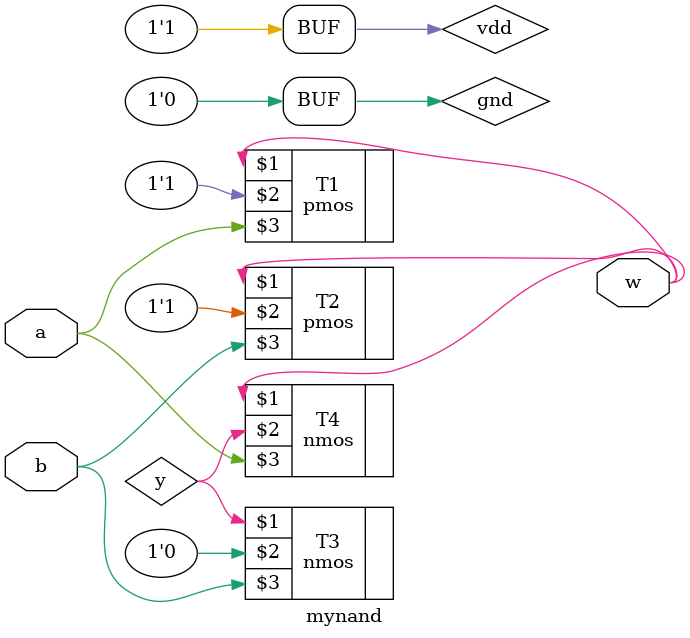
<source format=v>
`timescale 1ns/1ns
module mynand(input a,b,output w);
	supply1 vdd;
	supply0 gnd;
	wire y;
	pmos #(4,6,8) T1(w,vdd,a);
	pmos #(4,6,8) T2(w,vdd,b);
	nmos #(3,5,7) T3(y,gnd,b);
	nmos #(3,5,7) T4(w,y,a);
endmodule
</source>
